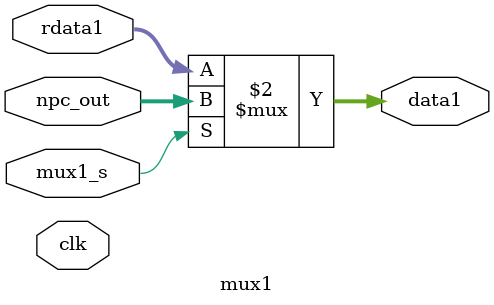
<source format=v>
`timescale 1ns / 1ps


module mux1(
    input clk,
    input mux1_s,
    input [31:0]rdata1,
    input [31:0]npc_out,
    output [31:0]data1
    );

        assign data1 = (mux1_s==1)?npc_out:rdata1;
 
endmodule

</source>
